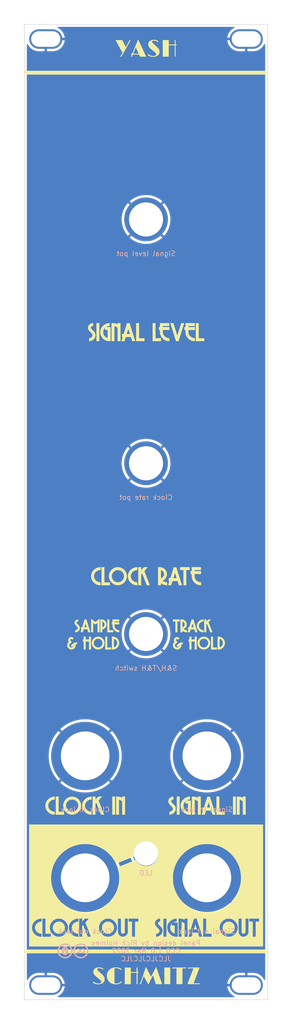
<source format=kicad_pcb>
(kicad_pcb (version 20211014) (generator pcbnew)
  (layers (0 "F.Cu" signal) (31 "B.Cu" signal) (34 "B.Paste" user) (35 "F.Paste" user) (36 "B.SilkS" user "B.Silkscreen") (37 "F.SilkS" user "F.Silkscreen") (38 "B.Mask" user) (39 "F.Mask" user) (44 "Edge.Cuts" user))
  (net 0 "")
  (net 1 "GND")
  (footprint "Kosmo_panel:Kosmo_Panel_Dual_Slotted_Mounting_Holes" (layer "F.Cu") (at 63.1 10.6 180)
    (fp_text reference "H10" hide)
    (fp_text value "Mounting_Holes")
    (pad "1" thru_hole oval locked (at 1.4 -194 180) (size 6.8 4) (drill oval 6 3.2) (layers *.Cu *.Mask) (net 1 "GND"))
    (pad "1" thru_hole oval locked (at 1.4 0 180) (size 6.8 4) (drill oval 6 3.2) (layers *.Cu *.Mask) (net 1 "GND"))
  )
  (footprint "Kosmo_panel:Kosmo_Switch_Hole" (layer "F.Cu") (at 41.1 132.6)
    (fp_text reference "H7" hide)
    (fp_text value "Switch_Hole")
    (pad "1" thru_hole circle locked (at 0 0) (size 9 9) (drill 7) (layers *.Cu *.Mask) (net 1 "GND"))
  )
  (footprint "Kosmo_panel:Kosmo_Pot_Hole" (layer "F.Cu") (at 41.1 47.6)
    (fp_text reference "H5" hide)
    (fp_text value "Pot_Hole")
    (pad "1" thru_hole circle locked (at 0 0) (size 9 9) (drill 7) (layers *.Cu *.Mask) (net 1 "GND"))
  )
  (footprint "Kosmo_panel:Kosmo_Jack_Hole" (layer "F.Cu") (at 28.6 157.6)
    (fp_text reference "H1" hide)
    (fp_text value "Jack_Hole")
    (pad "1" thru_hole circle locked (at 0 0) (size 14 14) (drill 10) (layers *.Cu *.Mask) (net 1 "GND"))
  )
  (footprint "Kosmo_panel:Kosmo_Panel_Dual_Slotted_Mounting_Holes" (layer "F.Cu") (at 19.1 204.6)
    (fp_text reference "H9" hide)
    (fp_text value "Mounting_Holes")
    (pad "1" thru_hole oval locked (at 1.4 -194) (size 6.8 4) (drill oval 6 3.2) (layers *.Cu *.Mask) (net 1 "GND"))
    (pad "1" thru_hole oval locked (at 1.4 0) (size 6.8 4) (drill oval 6 3.2) (layers *.Cu *.Mask) (net 1 "GND"))
  )
  (footprint "Kosmo_panel:Kosmo_LED_Hole" (layer "F.Cu") (at 41.1 177.6)
    (fp_text reference "H8" hide)
    (fp_text value "Led_Hole")
    (pad "1" thru_hole circle locked (at 0 0) (size 5.5 5.5) (drill 5) (layers *.Cu *.Mask))
  )
  (footprint "Kosmo_panel:Kosmo_Jack_Hole" (layer "F.Cu") (at 28.6 182.6)
    (fp_text reference "H2" hide)
    (fp_text value "Jack_Hole")
    (pad "1" thru_hole circle locked (at 0 0) (size 14 14) (drill 10) (layers *.Cu *.Mask) (net 1 "GND"))
  )
  (footprint "Kosmo_panel:Kosmo_Jack_Hole" (layer "F.Cu") (at 53.6 157.6)
    (fp_text reference "H3" hide)
    (fp_text value "Jack_Hole")
    (pad "1" thru_hole circle locked (at 0 0) (size 14 14) (drill 10) (layers *.Cu *.Mask) (net 1 "GND"))
  )
  (footprint "Kosmo_panel:Kosmo_Jack_Hole" (layer "F.Cu") (at 53.6 182.6)
    (fp_text reference "H4" hide)
    (fp_text value "Jack_Hole")
    (pad "1" thru_hole circle locked (at 0 0) (size 14 14) (drill 10) (layers *.Cu *.Mask) (net 1 "GND"))
  )
  (footprint "Kosmo_panel:Kosmo_Pot_Hole" (layer "F.Cu") (at 41.1 97.6)
    (fp_text reference "H6" hide)
    (fp_text value "Pot_Hole")
    (pad "1" thru_hole circle locked (at 0 0) (size 9 9) (drill 7) (layers *.Cu *.Mask) (net 1 "GND"))
  )
  (footprint "yash_panel:yash_panel_art" (layer "F.Cu") (at 41.1 107.6)
    (fp_text reference "GRAF2" hide)
    (fp_text value "Art" hide)
  )
  (footprint "yash_panel:yash_panel_holes" (layer "F.Cu") (at 41.1 107.6)
    (fp_text reference "GRAF1" hide)
    (fp_text value "Holes" hide)
  )
  (footprint "ao_tht:CC0_logo" (layer "B.Cu") (at 26.1 197.6 180)
    (fp_text reference "GRAF3" hide)
    (fp_text value "CC0 logo" hide)
  )
  (gr_line (start 16.1 207.6) (end 66.1 207.6) (layer "Edge.Cuts") (width 0.1))
  (gr_line (start 66.1 7.6) (end 16.1 7.6) (layer "Edge.Cuts") (width 0.1))
  (gr_line (start 16.1 7.6) (end 16.1 207.6) (layer "Edge.Cuts") (width 0.1))
  (gr_line (start 66.1 207.6) (end 66.1 7.6) (layer "Edge.Cuts") (width 0.1))
  (gr_text "Signal level pot\n" (at 41.1 54.6) (layer "B.SilkS") (effects (font (size 1 1)) (justify mirror)))
  (gr_text "Clock in jack" (at 28.6 168.6) (layer "B.SilkS") (effects (font (size 1 1)) (justify mirror)))
  (gr_text "Clock out jack" (at 28.6 193.6) (layer "B.SilkS") (effects (font (size 1 1)) (justify mirror)))
  (gr_text "S&H/T&H switch\n" (at 41.1 139.6) (layer "B.SilkS") (effects (font (size 1 1)) (justify mirror)))
  (gr_text "LED" (at 41.1 181.6) (layer "B.SilkS") (effects (font (size 1 1)) (justify mirror)))
  (gr_text "Panel design by Rich Holmes\nCC0 1.0 Mar 2022\nJLCJLCJLCJLC" (at 41.1 197.6) (layer "B.SilkS") (effects (font (size 1 1)) (justify mirror)))
  (gr_text "Signal in jack" (at 53.6 168.6) (layer "B.SilkS") (effects (font (size 1 1)) (justify mirror)))
  (gr_text "Clock rate pot\n" (at 41.1 104.6) (layer "B.SilkS") (effects (font (size 1 1)) (justify mirror)))
  (gr_text "Signal out jack" (at 53.6 193.6) (layer "B.SilkS") (effects (font (size 1 1)) (justify mirror)))
  (zone (net 1) (net_name "GND") (layer "F.Cu") (connect_pads (clearance 0.508)) (min_thickness 0.254) (fill yes (thermal_gap 0.508) (thermal_bridge_width 0.508))
    (polygon (pts (xy 71.1 212.6) (xy 11.1 212.6) (xy 11.1 2.6) (xy 71.1 2.6)))
  )
  (zone (net 1) (net_name "GND") (layer "B.Cu") (connect_pads (clearance 0.508)) (min_thickness 0.254) (fill yes (thermal_gap 0.508) (thermal_bridge_width 0.508))
    (polygon (pts (xy 71.1 212.6) (xy 11.1 212.6) (xy 11.1 2.6) (xy 71.1 2.6)))
  )
)
</source>
